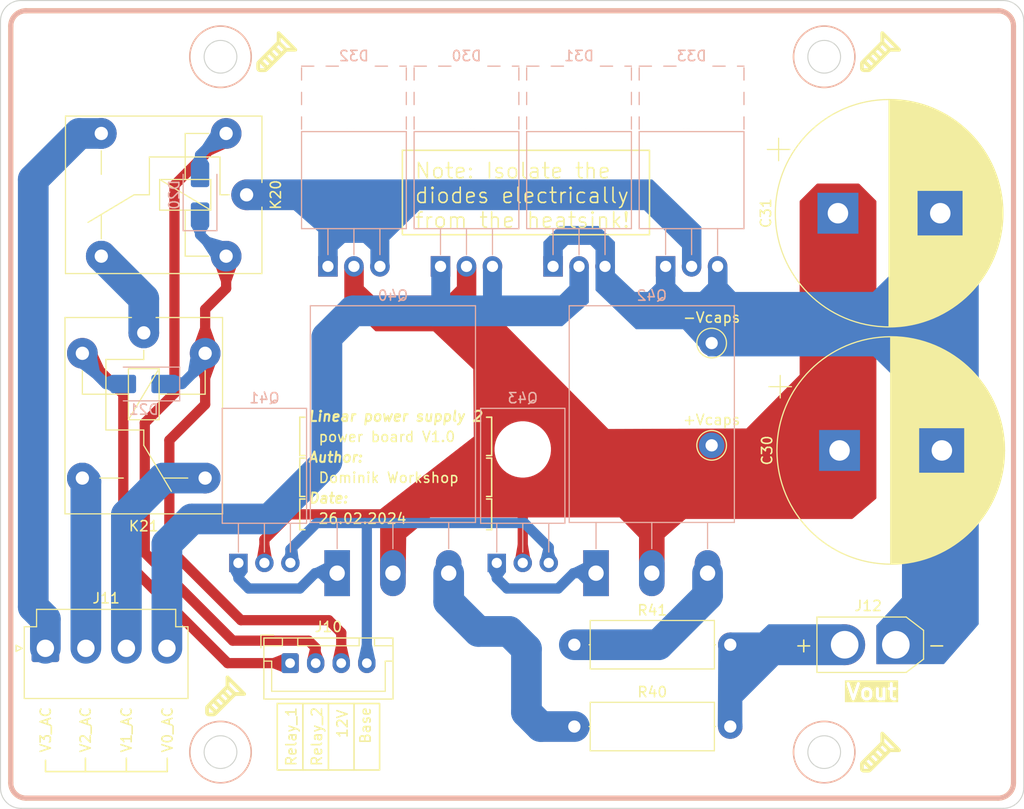
<source format=kicad_pcb>
(kicad_pcb (version 20240108) (generator "pcbnew") (generator_version "8.0")
  (title_block (title "Power board") (date "2024-02-28") (rev "V1.0") (company "Dominik Workshop"))
  (layers (0 "F.Cu" signal) (31 "B.Cu" signal) (34 "B.Paste" user) (35 "F.Paste" user) (36 "B.SilkS" user "B.Silkscreen") (37 "F.SilkS" user "F.Silkscreen") (38 "B.Mask" user) (39 "F.Mask" user) (44 "Edge.Cuts" user))
  (net 0 "")
  (net 1 "/Power_transistors/collector")
  (net 2 "/Rectifier/-DC")
  (net 3 "/Rectifier/AC1")
  (net 4 "/Rectifier/AC2")
  (net 5 "/Tab selector/Relay_VCC")
  (net 6 "/Tab selector/Relay1")
  (net 7 "/Tab selector/Relay2")
  (net 8 "/Tab selector/10V_AC")
  (net 9 "/Tab selector/20V_AC")
  (net 10 "/Tab selector/30V_AC")
  (net 11 "Net-(K20-Pad12)")
  (net 12 "/Power_transistors/pwr_eb1")
  (net 13 "/Power_transistors/base")
  (net 14 "/Power_transistors/pwr_eb2")
  (net 15 "/Power_transistors/pwr_e1")
  (net 16 "/Power_transistors/pwr_e2")
  (net 17 "/Power_transistors/emitter")
  (footprint "TestPoint:TestPoint_THTPad_D2.5mm_Drill1.2mm" (layer "F.Cu") (at 125.5 63)
    (property "Reference" "+Vcaps" (at 0 -2.5 0) (layer "F.SilkS"))
    (property "Value" "TestPoint_THTPad_D2.5mm_Drill1.2mm")
    (pad "1" thru_hole circle (at 0 0) (size 2.5 2.5) (drill 1.2) (layers "*.Cu" "*.Mask") (net 1 "/Power_transistors/collector"))
  )
  (footprint "logos.preety:screw" (layer "F.Cu") (at 78 87.5)
    (property "Reference" "G***" (hide yes))
    (property "Value" "LOGO" (hide yes))
  )
  (footprint "Resistor_THT:R_Axial_DIN0414_L11.9mm_D4.5mm_P15.24mm_Horizontal" (layer "F.Cu") (at 112.08 90.5)
    (property "Reference" "R40" (at 7.62 -3.37 0) (layer "F.SilkS"))
    (property "Value" "220m")
    (pad "1" thru_hole circle (at 0 0) (size 2.4 2.4) (drill 1.2) (layers "*.Cu" "*.Mask") (net 15 "/Power_transistors/pwr_e1"))
    (pad "2" thru_hole oval (at 15.24 0) (size 2.4 2.4) (drill 1.2) (layers "*.Cu" "*.Mask") (net 17 "/Power_transistors/emitter"))
  )
  (footprint "Capacitor_THT:CP_Radial_D22.0mm_P10.00mm_SnapIn" (layer "F.Cu") (at 137.842169 40.3)
    (property "Reference" "C31" (at -7.042169 0.000001 90) (layer "F.SilkS"))
    (property "Value" "2200u")
    (pad "1" thru_hole rect (at 0 0) (size 4 4) (drill 2) (layers "*.Cu" "*.Mask") (net 1 "/Power_transistors/collector"))
    (pad "2" thru_hole circle (at 10 0) (size 4 4) (drill 2) (layers "*.Cu" "*.Mask") (net 2 "/Rectifier/-DC"))
  )
  (footprint "logos.preety:screw" (layer "F.Cu") (at 83 24.5)
    (property "Reference" "G***" (hide yes))
    (property "Value" "LOGO" (hide yes))
  )
  (footprint "Relay_THT:Relay_SPDT_Finder_36.11" (layer "F.Cu") (at 80.05 38.5 180)
    (property "Reference" "K20" (at -2.85 0 90) (layer "F.SilkS"))
    (property "Value" "FINDER-40.41")
    (pad "11" thru_hole circle (at 0 0 180) (size 3 3) (drill 1.3) (layers "*.Cu" "*.Mask") (net 4 "/Rectifier/AC2"))
    (pad "12" thru_hole circle (at 14.2 -6 180) (size 3 3) (drill 1.3) (layers "*.Cu" "*.Mask") (net 11 "Net-(K20-Pad12)"))
    (pad "14" thru_hole circle (at 14.2 6 180) (size 3 3) (drill 1.3) (layers "*.Cu" "*.Mask") (net 10 "/Tab selector/30V_AC"))
    (pad "A1" thru_hole circle (at 2 6 180) (size 3 3) (drill 1.3) (layers "*.Cu" "*.Mask") (net 7 "/Tab selector/Relay2"))
    (pad "A2" thru_hole circle (at 2 -6 180) (size 3 3) (drill 1.3) (layers "*.Cu" "*.Mask") (net 5 "/Tab selector/Relay_VCC"))
  )
  (footprint "Relay_THT:Relay_SPDT_Finder_36.11" (layer "F.Cu") (at 70 52 -90)
    (property "Reference" "K21" (at 18.9 0 180) (layer "F.SilkS"))
    (property "Value" "FINDER-40.41")
    (pad "11" thru_hole circle (at 0 0 270) (size 3 3) (drill 1.3) (layers "*.Cu" "*.Mask") (net 11 "Net-(K20-Pad12)"))
    (pad "12" thru_hole circle (at 14.2 -6 270) (size 3 3) (drill 1.3) (layers "*.Cu" "*.Mask") (net 8 "/Tab selector/10V_AC"))
    (pad "14" thru_hole circle (at 14.2 6 270) (size 3 3) (drill 1.3) (layers "*.Cu" "*.Mask") (net 9 "/Tab selector/20V_AC"))
    (pad "A1" thru_hole circle (at 2 6 270) (size 3 3) (drill 1.3) (layers "*.Cu" "*.Mask") (net 6 "/Tab selector/Relay1"))
    (pad "A2" thru_hole circle (at 2 -6 270) (size 3 3) (drill 1.3) (layers "*.Cu" "*.Mask") (net 5 "/Tab selector/Relay_VCC"))
  )
  (footprint "Connector_JST:JST_XH_B4B-XH-A_1x04_P2.50mm_Vertical" (layer "F.Cu") (at 84.3 84.3)
    (property "Reference" "J10" (at 3.75 -3.55 0) (layer "F.SilkS"))
    (property "Value" "JST_B4B-XH-A")
    (pad "1" thru_hole roundrect (at 0 0) (size 1.7 1.95) (drill 0.95) (layers "*.Cu" "*.Mask") (roundrect_rratio 0.1470588235) (net 6 "/Tab selector/Relay1"))
    (pad "2" thru_hole oval (at 2.5 0) (size 1.7 1.95) (drill 0.95) (layers "*.Cu" "*.Mask") (net 7 "/Tab selector/Relay2"))
    (pad "3" thru_hole oval (at 5 0) (size 1.7 1.95) (drill 0.95) (layers "*.Cu" "*.Mask") (net 5 "/Tab selector/Relay_VCC"))
    (pad "4" thru_hole oval (at 7.5 0) (size 1.7 1.95) (drill 0.95) (layers "*.Cu" "*.Mask") (net 13 "/Power_transistors/base"))
  )
  (footprint "Connector_AMASS:AMASS_XT30U-F_1x02_P5.0mm_Vertical" (layer "F.Cu") (at 143.5 82.5 180)
    (property "Reference" "J12" (at 2.7 3.8 180) (layer "F.SilkS"))
    (property "Value" "XT30")
    (fp_text user "+" (at 9 0 180) (layer "F.SilkS") (effects (font (size 1.5 1.5))))
    (fp_text user "-" (at -4 0 180) (layer "F.SilkS") (effects (font (size 1.5 1.5))))
    (pad "1" thru_hole rect (at 0 0 180) (size 3.8 3.8) (drill 2.7) (layers "*.Cu" "*.Mask") (net 2 "/Rectifier/-DC"))
    (pad "2" thru_hole circle (at 5 0 180) (size 4 4) (drill 2.7) (layers "*.Cu" "*.Mask") (net 17 "/Power_transistors/emitter"))
  )
  (footprint "logos.preety:screw" (layer "F.Cu") (at 142 24.5)
    (property "Reference" "G***" (hide yes))
    (property "Value" "LOGO" (hide yes))
  )
  (footprint "Capacitor_THT:CP_Radial_D22.0mm_P10.00mm_SnapIn" (layer "F.Cu") (at 138 63.5)
    (property "Reference" "C30" (at -7.084337 0.000001 90) (layer "F.SilkS"))
    (property "Value" "2200u")
    (pad "1" thru_hole rect (at 0 0) (size 4 4) (drill 2) (layers "*.Cu" "*.Mask") (net 1 "/Power_transistors/collector"))
    (pad "2" thru_hole circle (at 10 0) (size 4 4) (drill 2) (layers "*.Cu" "*.Mask") (net 2 "/Rectifier/-DC"))
  )
  (footprint "TestPoint:TestPoint_THTPad_D2.5mm_Drill1.2mm" (layer "F.Cu") (at 125.5 53)
    (property "Reference" "-Vcaps" (at 0 -2.5 0) (layer "F.SilkS"))
    (property "Value" "TestPoint_THTPad_D2.5mm_Drill1.2mm")
    (pad "1" thru_hole circle (at 0 0) (size 2.5 2.5) (drill 1.2) (layers "*.Cu" "*.Mask") (net 2 "/Rectifier/-DC"))
  )
  (footprint "logos.preety:screw" (layer "F.Cu") (at 142 93)
    (property "Reference" "G***" (hide yes))
    (property "Value" "LOGO" (hide yes))
  )
  (footprint "Resistor_THT:R_Axial_DIN0414_L11.9mm_D4.5mm_P15.24mm_Horizontal" (layer "F.Cu") (at 112.08 82.5)
    (property "Reference" "R41" (at 7.62 -3.37 0) (layer "F.SilkS"))
    (property "Value" "220m")
    (pad "1" thru_hole circle (at 0 0) (size 2.4 2.4) (drill 1.2) (layers "*.Cu" "*.Mask") (net 16 "/Power_transistors/pwr_e2"))
    (pad "2" thru_hole oval (at 15.24 0) (size 2.4 2.4) (drill 1.2) (layers "*.Cu" "*.Mask") (net 17 "/Power_transistors/emitter"))
  )
  (footprint "Connector_JST:JST_VH_B4P-VH_1x04_P3.96mm_Vertical" (layer "F.Cu") (at 60.3825 82.85)
    (property "Reference" "J11" (at 5.94 -4.9 0) (layer "F.SilkS"))
    (property "Value" "JST_B4P-VH ")
    (pad "1" thru_hole roundrect (at 0 0) (size 2.7 2.7) (drill 1.7) (layers "*.Cu" "*.Mask") (roundrect_rratio 0.09259296296) (net 10 "/Tab selector/30V_AC"))
    (pad "2" thru_hole circle (at 3.96 0) (size 2.7 2.7) (drill 1.7) (layers "*.Cu" "*.Mask") (net 9 "/Tab selector/20V_AC"))
    (pad "3" thru_hole circle (at 7.92 0) (size 2.7 2.7) (drill 1.7) (layers "*.Cu" "*.Mask") (net 8 "/Tab selector/10V_AC"))
    (pad "4" thru_hole circle (at 11.88 0) (size 2.7 2.7) (drill 1.7) (layers "*.Cu" "*.Mask") (net 3 "/Rectifier/AC1"))
  )
  (footprint "Diode_SMD:D_SMA" (layer "B.Cu") (at 70 57 180)
    (property "Reference" "D21" (at 0 -2.5 180) (layer "B.SilkS") (effects (justify mirror)))
    (property "Value" "BYG22B")
    (pad "1" smd roundrect (at -2 0 180) (size 2.5 1.8) (layers "B.Cu" "B.Paste" "B.Mask") (roundrect_rratio 0.1388888889) (net 5 "/Tab selector/Relay_VCC"))
    (pad "2" smd roundrect (at 2 0 180) (size 2.5 1.8) (layers "B.Cu" "B.Paste" "B.Mask") (roundrect_rratio 0.1388888889) (net 6 "/Tab selector/Relay1"))
  )
  (footprint "Package_TO_SOT_THT:TO-220-3_Horizontal_TabUp" (layer "B.Cu") (at 99 45.5)
    (property "Reference" "D30" (at 2.54 -20.58 0) (layer "B.SilkS") (effects (justify mirror)))
    (property "Value" "MBR3045CT")
    (pad "" np_thru_hole circle (at 2.54 -16.66) (size 6 6) (drill 6) (layers "F&B.Cu" "*.Mask"))
    (pad "1" thru_hole rect (at 0 0) (size 1.905 2) (drill 1.1) (layers "*.Cu" "*.Mask") (net 3 "/Rectifier/AC1"))
    (pad "2" thru_hole oval (at 2.54 0) (size 1.905 2) (drill 1.1) (layers "*.Cu" "*.Mask") (net 1 "/Power_transistors/collector"))
    (pad "3" thru_hole oval (at 5.08 0) (size 1.905 2) (drill 1.1) (layers "*.Cu" "*.Mask") (net 3 "/Rectifier/AC1"))
  )
  (footprint "Package_TO_SOT_THT:TO-220-3_Horizontal_TabUp" (layer "B.Cu") (at 88 45.5)
    (property "Reference" "D32" (at 2.54 -20.58 0) (layer "B.SilkS") (effects (justify mirror)))
    (property "Value" "MBR3045CT")
    (pad "" np_thru_hole circle (at 2.54 -16.66) (size 6 6) (drill 6) (layers "F&B.Cu" "*.Mask"))
    (pad "1" thru_hole rect (at 0 0) (size 1.905 2) (drill 1.1) (layers "*.Cu" "*.Mask") (net 4 "/Rectifier/AC2"))
    (pad "2" thru_hole oval (at 2.54 0) (size 1.905 2) (drill 1.1) (layers "*.Cu" "*.Mask") (net 1 "/Power_transistors/collector"))
    (pad "3" thru_hole oval (at 5.08 0) (size 1.905 2) (drill 1.1) (layers "*.Cu" "*.Mask") (net 4 "/Rectifier/AC2"))
  )
  (footprint "Package_TO_SOT_THT:TO-126-3_Horizontal_TabUp" (layer "B.Cu") (at 104.5 74.5)
    (property "Reference" "Q43" (at 2.54 -16.12 0) (layer "B.SilkS") (effects (justify mirror)))
    (property "Value" "BD139")
    (pad "" np_thru_hole circle (at 2.54 -11.1) (size 5 5) (drill 5) (layers "F&B.Cu" "*.Mask"))
    (pad "1" thru_hole rect (at 0 0) (size 1.8 1.8) (drill 1) (layers "*.Cu" "*.Mask") (net 14 "/Power_transistors/pwr_eb2"))
    (pad "2" thru_hole oval (at 2.54 0) (size 1.8 1.8) (drill 1) (layers "*.Cu" "*.Mask") (net 1 "/Power_transistors/collector"))
    (pad "3" thru_hole oval (at 5.08 0) (size 1.8 1.8) (drill 1) (layers "*.Cu" "*.Mask") (net 13 "/Power_transistors/base"))
  )
  (footprint "Diode_SMD:D_SMA" (layer "B.Cu") (at 75.5 38.5 90)
    (property "Reference" "D20" (at 0 -2.5225 -90) (layer "B.SilkS") (effects (justify mirror)))
    (property "Value" "BYG22B")
    (pad "1" smd roundrect (at -2 0 90) (size 2.5 1.8) (layers "B.Cu" "B.Paste" "B.Mask") (roundrect_rratio 0.1388888889) (net 5 "/Tab selector/Relay_VCC"))
    (pad "2" smd roundrect (at 2 0 90) (size 2.5 1.8) (layers "B.Cu" "B.Paste" "B.Mask") (roundrect_rratio 0.1388888889) (net 7 "/Tab selector/Relay2"))
  )
  (footprint "Package_TO_SOT_THT:TO-247-3_Horizontal_TabUp" (layer "B.Cu") (at 114.2 75.5)
    (property "Reference" "Q42" (at 5.45 -27.15 0) (layer "B.SilkS") (effects (justify mirror)))
    (property "Value" "BD249C")
    (pad "" np_thru_hole circle (at 5.45 -19.86) (size 6 6) (drill 6) (layers "F&B.Cu" "*.Mask"))
    (pad "1" thru_hole rect (at 0 0) (size 2.5 4.5) (drill 1.5) (layers "*.Cu" "*.Mask") (net 14 "/Power_transistors/pwr_eb2"))
    (pad "2" thru_hole oval (at 5.45 0) (size 2.5 4.5) (drill 1.5) (layers "*.Cu" "*.Mask") (net 1 "/Power_transistors/collector"))
    (pad "3" thru_hole oval (at 10.9 0) (size 2.5 4.5) (drill 1.5) (layers "*.Cu" "*.Mask") (net 16 "/Power_transistors/pwr_e2"))
  )
  (footprint "Package_TO_SOT_THT:TO-220-3_Horizontal_TabUp" (layer "B.Cu") (at 110 45.5)
    (property "Reference" "D31" (at 2.54 -20.58 0) (layer "B.SilkS") (effects (justify mirror)))
    (property "Value" "MBR3045CT")
    (pad "" np_thru_hole circle (at 2.54 -16.66) (size 6 6) (drill 6) (layers "F&B.Cu" "*.Mask"))
    (pad "1" thru_hole rect (at 0 0) (size 1.905 2) (drill 1.1) (layers "*.Cu" "*.Mask") (net 2 "/Rectifier/-DC"))
    (pad "2" thru_hole oval (at 2.54 0) (size 1.905 2) (drill 1.1) (layers "*.Cu" "*.Mask") (net 3 "/Rectifier/AC1"))
    (pad "3" thru_hole oval (at 5.08 0) (size 1.905 2) (drill 1.1) (layers "*.Cu" "*.Mask") (net 2 "/Rectifier/-DC"))
  )
  (footprint "Package_TO_SOT_THT:TO-247-3_Horizontal_TabUp" (layer "B.Cu") (at 88.9 75.5)
    (property "Reference" "Q40" (at 5.45 -27.15 0) (layer "B.SilkS") (effects (justify mirror)))
    (property "Value" "BD249C")
    (pad "" np_thru_hole circle (at 5.45 -19.86) (size 6 6) (drill 6) (layers "F&B.Cu" "*.Mask"))
    (pad "1" thru_hole rect (at 0 0) (size 2.5 4.5) (drill 1.5) (layers "*.Cu" "*.Mask") (net 12 "/Power_transistors/pwr_eb1"))
    (pad "2" thru_hole oval (at 5.45 0) (size 2.5 4.5) (drill 1.5) (layers "*.Cu" "*.Mask") (net 1 "/Power_transistors/collector"))
    (pad "3" thru_hole oval (at 10.9 0) (size 2.5 4.5) (drill 1.5) (layers "*.Cu" "*.Mask") (net 15 "/Power_transistors/pwr_e1"))
  )
  (footprint "Package_TO_SOT_THT:TO-220-3_Horizontal_TabUp" (layer "B.Cu") (at 121 45.5)
    (property "Reference" "D33" (at 2.54 -20.58 0) (layer "B.SilkS") (effects (justify mirror)))
    (property "Value" "MBR3045CT")
    (pad "" np_thru_hole circle (at 2.54 -16.66) (size 6 6) (drill 6) (layers "F&B.Cu" "*.Mask"))
    (pad "1" thru_hole rect (at 0 0) (size 1.905 2) (drill 1.1) (layers "*.Cu" "*.Mask") (net 2 "/Rectifier/-DC"))
    (pad "2" thru_hole oval (at 2.54 0) (size 1.905 2) (drill 1.1) (layers "*.Cu" "*.Mask") (net 4 "/Rectifier/AC2"))
    (pad "3" thru_hole oval (at 5.08 0) (size 1.905 2) (drill 1.1) (layers "*.Cu" "*.Mask") (net 2 "/Rectifier/-DC"))
  )
  (footprint "Package_TO_SOT_THT:TO-126-3_Horizontal_TabUp" (layer "B.Cu") (at 79.25 74.5)
    (property "Reference" "Q41" (at 2.54 -16.12 0) (layer "B.SilkS") (effects (justify mirror)))
    (property "Value" "BD139")
    (pad "" np_thru_hole circle (at 2.54 -11.1) (size 5 5) (drill 5) (layers "F&B.Cu" "*.Mask"))
    (pad "1" thru_hole rect (at 0 0) (size 1.8 1.8) (drill 1) (layers "*.Cu" "*.Mask") (net 12 "/Power_transistors/pwr_eb1"))
    (pad "2" thru_hole oval (at 2.54 0) (size 1.8 1.8) (drill 1) (layers "*.Cu" "*.Mask") (net 1 "/Power_transistors/collector"))
    (pad "3" thru_hole oval (at 5.08 0) (size 1.8 1.8) (drill 1) (layers "*.Cu" "*.Mask") (net 13 "/Power_transistors/base"))
  )
  (gr_line (start 58.5 20.5) (end 153.5 20.5) (stroke (width 0.5)) (layer "B.SilkS"))
  (gr_circle (center 77.5 25) (end 80.5 25) (stroke (width 0.15)) (fill none) (layer "B.SilkS"))
  (gr_circle (center 77.5 93) (end 80.5 93) (stroke (width 0.15)) (fill none) (layer "B.SilkS"))
  (gr_line (start 153.5 97.5) (end 58.5 97.5) (stroke (width 0.5)) (layer "B.SilkS"))
  (gr_line (start 57 96) (end 57 22) (stroke (width 0.5)) (layer "B.SilkS"))
  (gr_circle (center 136.5 93) (end 139.5 93) (stroke (width 0.15)) (fill none) (layer "B.SilkS"))
  (gr_arc (start 57 22) (mid 57.43934 20.93934) (end 58.5 20.5) (stroke (width 0.5)) (layer "B.SilkS"))
  (gr_arc (start 58.5 97.5) (mid 57.43934 97.06066) (end 57 96) (stroke (width 0.5)) (layer "B.SilkS"))
  (gr_line (start 155 22) (end 155 96) (stroke (width 0.5)) (layer "B.SilkS"))
  (gr_arc (start 153.5 20.5) (mid 154.56066 20.93934) (end 155 22) (stroke (width 0.5)) (layer "B.SilkS"))
  (gr_arc (start 155 96) (mid 154.56066 97.06066) (end 153.5 97.5) (stroke (width 0.5)) (layer "B.SilkS"))
  (gr_circle (center 136.5 25) (end 139.5 25) (stroke (width 0.15)) (fill none) (layer "B.SilkS"))
  (gr_circle (center 77.5 25) (end 80.5 25) (stroke (width 0.15)) (fill none) (layer "F.SilkS"))
  (gr_line (start 90.55 88.25) (end 90.55 94.75) (stroke (width 0.15)) (layer "F.SilkS"))
  (gr_rect (start 83.05 88.25) (end 93.05 94.75) (stroke (width 0.15)) (fill none) (layer "F.SilkS"))
  (gr_arc (start 58.5 97.5) (mid 57.43934 97.06066) (end 57 96) (stroke (width 0.5)) (layer "F.SilkS"))
  (gr_line (start 85.75 64.25) (end 85.25 64.25) (stroke (width 0.15)) (layer "F.SilkS"))
  (gr_circle (center 136.5 93) (end 139.5 93) (stroke (width 0.15)) (fill none) (layer "F.SilkS"))
  (gr_circle (center 77.5 93) (end 80.5 93) (stroke (width 0.15)) (fill none) (layer "F.SilkS"))
  (gr_line (start 88.05 88.25) (end 88.05 94.75) (stroke (width 0.15)) (layer "F.SilkS"))
  (gr_line (start 85.25 64) (end 85.75 64) (stroke (width 0.15)) (layer "F.SilkS"))
  (gr_line (start 104 68) (end 103.5 68) (stroke (width 0.15)) (layer "F.SilkS"))
  (gr_arc (start 155 96) (mid 154.56066 97.06066) (end 153.5 97.5) (stroke (width 0.5)) (layer "F.SilkS"))
  (gr_circle (center 136.5 25) (end 139.5 25) (stroke (width 0.15)) (fill none) (layer "F.SilkS"))
  (gr_line (start 103.5 64.25) (end 104 64.25) (stroke (width 0.15)) (layer "F.SilkS"))
  (gr_line (start 60.4 94.9) (end 60.4 93.8) (stroke (width 0.15)) (layer "F.SilkS"))
  (gr_line (start 85.75 60.25) (end 85.25 60.25) (stroke (width 0.15)) (layer "F.SilkS"))
  (gr_line (start 85.25 71.25) (end 85.75 71.25) (stroke (width 0.15)) (layer "F.SilkS"))
  (gr_arc (start 153.5 20.5) (mid 154.56066 20.93934) (end 155 22) (stroke (width 0.5)) (layer "F.SilkS"))
  (gr_line (start 104 60.25) (end 104 64) (stroke (width 0.15)) (layer "F.SilkS"))
  (gr_line (start 155 22) (end 155 96) (stroke (width 0.5)) (layer "F.SilkS"))
  (gr_line (start 85.75 68.25) (end 85.25 68.25) (stroke (width 0.15)) (layer "F.SilkS"))
  (gr_line (start 85.25 68.25) (end 85.25 71.25) (stroke (width 0.15)) (layer "F.SilkS"))
  (gr_arc (start 57 22) (mid 57.43934 20.93934) (end 58.5 20.5) (stroke (width 0.5)) (layer "F.SilkS"))
  (gr_line (start 104 71.25) (end 103.5 71.25) (stroke (width 0.15)) (layer "F.SilkS"))
  (gr_line (start 85.25 60.25) (end 85.25 64) (stroke (width 0.15)) (layer "F.SilkS"))
  (gr_line (start 85.25 64.25) (end 85.25 68) (stroke (width 0.15)) (layer "F.SilkS"))
  (gr_line (start 153.5 97.5) (end 58.5 97.5) (stroke (width 0.5)) (layer "F.SilkS"))
  (gr_line (start 104 64.25) (end 104 68) (stroke (width 0.15)) (layer "F.SilkS"))
  (gr_line (start 68.3 93.6) (end 68.3 94.9) (stroke (width 0.15)) (layer "F.SilkS"))
  (gr_line (start 103.5 68.25) (end 104 68.25) (stroke (width 0.15)) (layer "F.SilkS"))
  (gr_line (start 72.3 93.6) (end 72.3 94.9) (stroke (width 0.15)) (layer "F.SilkS"))
  (gr_line (start 64.3 93.6) (end 64.3 94.9) (stroke (width 0.15)) (layer "F.SilkS"))
  (gr_line (start 57 96) (end 57 22) (stroke (width 0.5)) (layer "F.SilkS"))
  (gr_line (start 58.5 20.5) (end 153.5 20.5) (stroke (width 0.5)) (layer "F.SilkS"))
  (gr_line (start 104 68.25) (end 104 71.25) (stroke (width 0.15)) (layer "F.SilkS"))
  (gr_line (start 104 64) (end 103.5 64) (stroke (width 0.15)) (layer "F.SilkS"))
  (gr_line (start 103.5 60.25) (end 104 60.25) (stroke (width 0.15)) (layer "F.SilkS"))
  (gr_line (start 85.55 88.25) (end 85.55 94.75) (stroke (width 0.15)) (layer "F.SilkS"))
  (gr_line (start 72.3 94.9) (end 60.4 94.9) (stroke (width 0.15)) (layer "F.SilkS"))
  (gr_line (start 85.25 68) (end 85.75 68) (stroke (width 0.15)) (layer "F.SilkS"))
  (gr_arc (start 156 96.5) (mid 155.414214 97.914214) (end 154 98.5) (stroke (width 0.1)) (layer "Edge.Cuts"))
  (gr_arc (start 154 19.5) (mid 155.414214 20.085786) (end 156 21.5) (stroke (width 0.1)) (layer "Edge.Cuts"))
  (gr_circle (center 136.5 25) (end 138.1 25) (stroke (width 0.1)) (fill none) (layer "Edge.Cuts"))
  (gr_line (start 156 21.5) (end 156 96.5) (stroke (width 0.1)) (layer "Edge.Cuts"))
  (gr_line (start 58 19.5) (end 154 19.5) (stroke (width 0.1)) (layer "Edge.Cuts"))
  (gr_circle (center 77.5 93) (end 79.1 93) (stroke (width 0.1)) (fill none) (layer "Edge.Cuts"))
  (gr_line (start 154 98.5) (end 58 98.5) (stroke (width 0.1)) (layer "Edge.Cuts"))
  (gr_arc (start 58 98.5) (mid 56.585786 97.914214) (end 56 96.5) (stroke (width 0.1)) (layer "Edge.Cuts"))
  (gr_line (start 56 96.5) (end 56 21.5) (stroke (width 0.1)) (layer "Edge.Cuts"))
  (gr_circle (center 136.5 93) (end 138.1 93) (stroke (width 0.1)) (fill none) (layer "Edge.Cuts"))
  (gr_circle (center 77.5 25) (end 79.1 25) (stroke (width 0.1)) (fill none) (layer "Edge.Cuts"))
  (gr_arc (start 56 21.5) (mid 56.585786 20.085786) (end 58 19.5) (stroke (width 0.1)) (layer "Edge.Cuts"))
  (gr_text "12V\n" (at 90 88.75 90) (layer "F.SilkS") (effects (font (size 1 1)) (justify right bottom)))
  (gr_text "26.02.2024" (at 87 70.75 0) (layer "F.SilkS") (effects (font (size 1 1)) (justify left bottom)))
  (gr_text "Dominik Workshop" (at 87 66.75 0) (layer "F.SilkS") (effects (font (size 1 1)) (justify left bottom)))
  (gr_text "Relay_2" (at 87.5 88.5 90) (layer "F.SilkS") (effects (font (size 1 1)) (justify right bottom)))
  (gr_text "V1_AC\n" (at 68.9 88.5 90) (layer "F.SilkS") (effects (font (size 1 1)) (justify right bottom)))
  (gr_text "power board V1.0\n" (at 87 62.75 0) (layer "F.SilkS") (effects (font (size 1 1)) (justify left bottom)))
  (gr_text "Date:\n" (at 86 68.75 0) (layer "F.SilkS") (effects (font (size 1 1) (thickness 0.2) (bold yes) (italic yes)) (justify left bottom)))
  (gr_text "Base\n" (at 92.25 88.5 90) (layer "F.SilkS") (effects (font (size 1 1)) (justify right bottom)))
  (gr_text "V2_AC\n" (at 64.9 88.5 90) (layer "F.SilkS") (effects (font (size 1 1)) (justify right bottom)))
  (gr_text "Author:" (at 86 64.75 0) (layer "F.SilkS") (effects (font (size 1 1) (thickness 0.2) (bold yes) (italic yes)) (justify left bottom)))
  (gr_text "Vout" (at 138.5 88 0) (layer "F.SilkS" knockout) (effects (font (size 1.5 1.5) (thickness 0.3) (bold yes)) (justify left bottom)))
  (gr_text "Linear power supply 2\n" (at 86 60.75 0) (layer "F.SilkS") (effects (font (size 1 1) (thickness 0.2) (bold yes) (italic yes)) (justify left bottom)))
  (gr_text "V3_AC\n" (at 61 88.5 90) (layer "F.SilkS") (effects (font (size 1 1)) (justify right bottom)))
  (gr_text "Relay_1" (at 85 88.5 90) (layer "F.SilkS") (effects (font (size 1 1)) (justify right bottom)))
  (gr_text "V0_AC\n" (at 72.9 88.5 90) (layer "F.SilkS") (effects (font (size 1 1)) (justify right bottom)))
  (gr_text_box "Note: Isolate the diodes electrically from the heatsink!" (start 95.275 34.15) (end 119.425 42.4) (layer "F.SilkS") (effects (font (size 1.5 1.5)) (justify left top)) (border yes) (stroke (width 0.15)))
  (segment (start 107.04 74.5) (end 107.04 69.04) (width 1) (layer "F.Cu") (net 1))
  (segment (start 84.25 69.75) (end 93.5 69.75) (width 1) (layer "F.Cu") (net 1))
  (segment (start 81.79 72.21) (end 84.25 69.75) (width 1) (layer "F.Cu") (net 1))
  (segment (start 81.79 74.5) (end 81.79 72.21) (width 1) (layer "F.Cu") (net 1))
  (segment (start 82.3 70.2) (end 87.9 64.6) (width 3) (layer "B.Cu") (net 3))
  (segment (start 87.9 52.4) (end 90.45 49.85) (width 3) (layer "B.Cu") (net 3))
  (segment (start 74.7 70.2) (end 82.3 70.2) (width 3) (layer "B.Cu") (net 3))
  (segment (start 72.2625 82.85) (end 72.2625 72.6375) (width 3) (layer "B.Cu") (net 3))
  (segment (start 90.45 49.85) (end 100.8 49.85) (width 3) (layer "B.Cu") (net 3))
  (segment (start 87.9 64.6) (end 87.9 52.4) (width 3) (layer "B.Cu") (net 3))
  (segment (start 72.2625 72.6375) (end 74.7 70.2) (width 3) (layer "B.Cu") (net 3))
  (segment (start 78.05 44.5) (end 78.05 47.65) (width 1) (layer "F.Cu") (net 5))
  (segment (start 72.5 62.5) (end 76 59) (width 1) (layer "F.Cu") (net 5))
  (segment (start 76 59) (end 76 54) (width 1) (layer "F.Cu") (net 5))
  (segment (start 72.5 73.1) (end 72.5 62.5) (width 1) (layer "F.Cu") (net 5))
  (segment (start 76 49.7) (end 76 54) (width 1) (layer "F.Cu") (net 5))
  (segment (start 89.3 81.325) (end 88.075 80.1) (width 1) (layer "F.Cu") (net 5))
  (segment (start 89.3 84.3) (end 89.3 81.325) (width 1) (layer "F.Cu") (net 5))
  (segment (start 78.05 47.65) (end 76 49.7) (width 1) (layer "F.Cu") (net 5))
  (segment (start 79.5 80.1) (end 72.5 73.1) (width 1) (layer "F.Cu") (net 5))
  (segment (start 88.075 80.1) (end 79.5 80.1) (width 1) (layer "F.Cu") (net 5))
  (segment (start 75.5 40.5) (end 75.5 42.4) (width 1) (layer "B.Cu") (net 5))
  (segment (start 75.5 42.4) (end 77.6 44.5) (width 1) (layer "B.Cu") (net 5))
  (segment (start 76 54.75) (end 76 54) (width 1) (layer "B.Cu") (net 5))
  (segment (start 72 57) (end 73.75 57) (width 1) (layer "B.Cu") (net 5))
  (segment (start 73.75 57) (end 76 54.75) (width 1) (layer "B.Cu") (net 5))
  (segment (start 77.6 44.5) (end 78.05 44.5) (width 1) (layer "B.Cu") (net 5))
  (segment (start 68 74.1) (end 68 58) (width 1) (layer "F.Cu") (net 6))
  (segment (start 68 58) (end 64 54) (width 1) (layer "F.Cu") (net 6))
  (segment (start 84.3 84.3) (end 78.2 84.3) (width 1) (layer "F.Cu") (net 6))
  (segment (start 78.2 84.3) (end 68 74.1) (width 1) (layer "F.Cu") (net 6))
  (segment (start 64 54.7) (end 64 54) (width 1) (layer "B.Cu") (net 6))
  (segment (start 66.3 57) (end 64 54.7) (width 1) (layer "B.Cu") (net 6))
  (segment (start 68 57) (end 66.3 57) (width 1) (layer "B.Cu") (net 6))
  (segment (start 86.8 82.8) (end 86.1 82.1) (width 1) (layer "F.Cu") (net 7))
  (segment (start 73 57.9) (end 73 37.55) (width 1) (layer "F.Cu") (net 7))
  (segment (start 86.1 82.1) (end 78.7 82.1) (width 1) (layer "F.Cu") (net 7))
  (segment (start 70.1 60.8) (end 73 57.9) (width 1) (layer "F.Cu") (net 7))
  (segment (start 70.1 73.5) (end 70.1 60.8) (width 1) (layer "F.Cu") (net 7))
  (segment (start 73 37.55) (end 78.05 32.5) (width 1) (layer "F.Cu") (net 7))
  (segment (start 78.7 82.1) (end 70.1 73.5) (width 1) (layer "F.Cu") (net 7))
  (segment (start 86.8 84.3) (end 86.8 82.8) (width 1) (layer "F.Cu") (net 7))
  (segment (start 77.6 32.5) (end 78.05 32.5) (width 1) (layer "B.Cu") (net 7))
  (segment (start 75.5 36.5) (end 75.5 34.6) (width 1) (layer "B.Cu") (net 7))
  (segment (start 75.5 34.6) (end 77.6 32.5) (width 1) (layer "B.Cu") (net 7))
  (segment (start 68.3025 69.7975) (end 68.3025 82.85) (width 3) (layer "B.Cu") (net 8))
  (segment (start 76 66.2) (end 71.9 66.2) (width 3) (layer "B.Cu") (net 8))
  (segment (start 71.9 66.2) (end 68.3025 69.7975) (width 3) (layer "B.Cu") (net 8))
  (segment (start 64.3425 66.5425) (end 64 66.2) (width 3) (layer "B.Cu") (net 9))
  (segment (start 64.3425 82.85) (end 64.3425 66.5425) (width 3) (layer "B.Cu") (net 9))
  (segment (start 63.7 32.5) (end 59.2 37) (width 3) (layer "B.Cu") (net 10))
  (segment (start 59.2 78.8) (end 60.3825 79.9825) (width 3) (layer "B.Cu") (net 10))
  (segment (start 60.3825 79.9825) (end 60.3825 82.85) (width 3) (layer "B.Cu") (net 10))
  (segment (start 59.2 37) (end 59.2 78.8) (width 3) (layer "B.Cu") (net 10))
  (segment (start 65.85 32.5) (end 63.7 32.5) (width 3) (layer "B.Cu") (net 10))
  (segment (start 70 48.65) (end 65.85 44.5) (width 3) (layer "B.Cu") (net 11))
  (segment (start 70 52) (end 70 48.65) (width 3) (layer "B.Cu") (net 11))
  (segment (start 80.25 77) (end 85.25 77) (width 1) (layer "B.Cu") (net 12))
  (segment (start 86.75 75.5) (end 88.9 75.5) (width 1) (layer "B.Cu") (net 12))
  (segment (start 85.25 77) (end 86.75 75.5) (width 1) (layer "B.Cu") (net 12))
  (segment (start 79.25 76) (end 80.25 77) (width 1) (layer "B.Cu") (net 12))
  (segment (start 79.25 74.5) (end 79.25 76) (width 1) (layer "B.Cu") (net 12))
  (segment (start 91.6 70.6) (end 107.2 70.6) (width 1) (layer "B.Cu") (net 13))
  (segment (start 91.8 70.8) (end 91.6 70.6) (width 1) (layer "B.Cu") (net 13))
  (segment (start 91.8 84.3) (end 91.8 70.8) (width 1) (layer "B.Cu") (net 13))
  (segment (start 109.58 72.98) (end 109.58 74.5) (width 1) (layer "B.Cu") (net 13))
  (segment (start 84.33 74.5) (end 84.33 73.17) (width 1) (layer "B.Cu") (net 13))
  (segment (start 107.2 70.6) (end 109.58 72.98) (width 1) (layer "B.Cu") (net 13))
  (segment (start 84.33 73.17) (end 86.9 70.6) (width 1) (layer "B.Cu") (net 13))
  (segment (start 86.9 70.6) (end 91.6 70.6) (width 1) (layer "B.Cu") (net 13))
  (segment (start 104.5 76) (end 105.5 77) (width 1) (layer "B.Cu") (net 14))
  (segment (start 105.5 77) (end 110.5 77) (width 1) (layer "B.Cu") (net 14))
  (segment (start 104.5 74.5) (end 104.5 76) (width 1) (layer "B.Cu") (net 14))
  (segment (start 110.5 77) (end 112 75.5) (width 1) (layer "B.Cu") (net 14))
  (segment (start 112 75.5) (end 114.2 75.5) (width 1) (layer "B.Cu") (net 14))
  (segment (start 108.8 90.5) (end 112.08 90.5) (width 3) (layer "B.Cu") (net 15))
  (segment (start 99.8 75.5) (end 99.8 78.3) (width 3) (layer "B.Cu") (net 15))
  (segment (start 107.4 82.9) (end 107.4 89.1) (width 3) (layer "B.Cu") (net 15))
  (segment (start 105.7 81.2) (end 107.4 82.9) (width 3) (layer "B.Cu") (net 15))
  (segment (start 107.4 89.1) (end 108.8 90.5) (width 3) (layer "B.Cu") (net 15))
  (segment (start 102.7 81.2) (end 105.7 81.2) (width 3) (layer "B.Cu") (net 15))
  (segment (start 99.8 78.3) (end 102.7 81.2) (width 3) (layer "B.Cu") (net 15))
  (segment (start 125.1 75.5) (end 125.1 77.7) (width 3) (layer "B.Cu") (net 16))
  (segment (start 120.3 82.5) (end 112.08 82.5) (width 3) (layer "B.Cu") (net 16))
  (segment (start 125.1 77.7) (end 120.3 82.5) (width 3) (layer "B.Cu") (net 16))
  (zone (net 1) (net_name "/Power_transistors/collector") (layer "F.Cu") (priority 2) (connect_pads yes (clearance 0.2)) (min_thickness 0.25) (fill yes (thermal_gap 0.3) (thermal_bridge_width 1))
    (polygon (pts (xy 89.6 48.85) (xy 92.65 51.85) (xy 98.3 51.85) (xy 102.2 55.55) (xy 102.25 62.15) (xy 93.1 69.25) (xy 93.1 75.45) (xy 95.6 75.6) (xy 95.65 72) (xy 98 70.05) (xy 116.5 70.05) (xy 118.4 72) (xy 118.4 75.5) (xy 120.9 75.5) (xy 120.9 72) (xy 122.95 70.2) (xy 139.25 70.2) (xy 141.6 68.2) (xy 141.6 39.1) (xy 139.9 37.4) (xy 135.8 37.4) (xy 134.1 39.1) (xy 134.1 56.1) (xy 128.9 61.35) (xy 115.4 61.4) (xy 102.5 48.35) (xy 102.5 45.5) (xy 100.6 45.5) (xy 100.6 47.45) (xy 99.7 48.35) (xy 92.45 48.35) (xy 91.5 47.45) (xy 91.5 45.5) (xy 89.6 45.5)))
  )
  (zone (net 3) (net_name "/Rectifier/AC1") (layer "B.Cu") (priority 1) (connect_pads yes (clearance 0.2)) (min_thickness 0.25) (fill yes (thermal_gap 0.5) (thermal_bridge_width 0.5))
    (polygon (pts (xy 98.1 45.5) (xy 98.1 51.35) (xy 110.9 51.35) (xy 113.5 49.05) (xy 113.5 45.5) (xy 111.6 45.5) (xy 111.6 47.4) (xy 110.65 48.35) (xy 105 48.35) (xy 105 45.5) (xy 103.15 45.5) (xy 103.15 48.35) (xy 99.95 48.35) (xy 99.95 45.5)))
  )
  (zone (net 17) (net_name "/Power_transistors/emitter") (layer "B.Cu") (priority 3) (connect_pads yes (clearance 0.2)) (min_thickness 0.25) (fill yes (thermal_gap 0.3) (thermal_bridge_width 1))
    (polygon (pts (xy 126.15 82.5) (xy 127.3 81.3) (xy 130.2 81.3) (xy 131.05 80.5) (xy 138.5 80.5) (xy 138.5 84.5) (xy 132 84.5) (xy 128.5 88) (xy 128.5 90.55) (xy 127.35 91.7) (xy 126.1 90.55)))
  )
  (zone (net 4) (net_name "/Rectifier/AC2") (layer "B.Cu") (connect_pads yes (clearance 0.2)) (min_thickness 0.25) (fill yes (thermal_gap 0.5) (thermal_bridge_width 0.5))
    (polygon (pts (xy 80 37) (xy 119.7 37) (xy 124.5 41.65) (xy 124.5 45.5) (xy 122.6 45.5) (xy 122.6 43.65) (xy 118.9 40) (xy 96.95 40) (xy 94 42.9) (xy 94 45.5) (xy 92.15 45.5) (xy 92.15 43.85) (xy 91.45 43.2) (xy 89.65 43.2) (xy 88.95 43.85) (xy 88.95 45.5) (xy 87.05 45.5) (xy 87.05 42.1) (xy 84.65 40) (xy 80 40)))
  )
  (zone (net 2) (net_name "/Rectifier/-DC") (layer "B.Cu") (priority 4) (connect_pads yes (clearance 0.2)) (min_thickness 0.25) (fill yes (thermal_gap 0.3) (thermal_bridge_width 1))
    (polygon (pts (xy 141.6 84.4) (xy 148.2 84.4) (xy 151.6 80.5) (xy 151.6 39.2) (xy 149.9 37.4) (xy 145.8 37.4) (xy 144.1 39.2) (xy 144.1 45.2) (xy 141.25 48) (xy 127.8 48) (xy 127.05 47.2) (xy 127.05 45.45) (xy 125.15 45.45) (xy 125.15 47.2) (xy 124.35 48) (xy 122.75 48) (xy 121.95 47.2) (xy 121.95 45.35) (xy 120.05 45.35) (xy 120.05 47.2) (xy 119.25 48) (xy 118 48) (xy 116.05 46.15) (xy 116.05 43.1) (xy 114.45 41.55) (xy 110.6 41.55) (xy 109.05 43.1) (xy 109.05 45.5) (xy 110.95 45.5) (xy 110.95 43.9) (xy 111.45 43.4) (xy 113.65 43.4) (xy 114.15 43.9) (xy 114.15 47.85) (xy 118.1 51.65) (xy 122.7 51.65) (xy 125.15 54.3) (xy 141.3 54.3) (xy 144.1 57.05) (xy 144.1 77.9) (xy 141.6 80.6)))
  )
)
</source>
